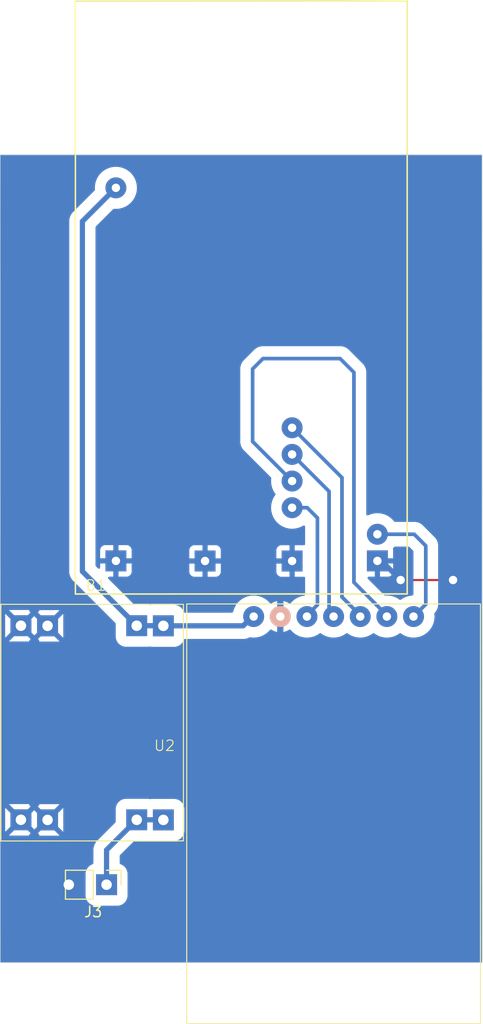
<source format=kicad_pcb>
(kicad_pcb (version 20241229) (generator "pcbnew") (generator_version "9.0")
  (layers (0 "F.Cu" signal) (2 "B.Cu" signal) (13 "F.Paste" user) (15 "B.Paste" user) (5 "F.SilkS" user "F.Silkscreen") (7 "B.SilkS" user "B.Silkscreen") (1 "F.Mask" user) (3 "B.Mask" user) (25 "Edge.Cuts" user))
  (net 0 "")
  (net 1 "INT")
  (net 2 "GND")
  (net 3 "VDD")
  (net 4 "CS")
  (net 5 "MOSI")
  (net 6 "MISO")
  (net 7 "SCK")
  (net 8 "12V")
  (footprint "Connector_PinHeader_2.54mm:PinHeader_1x02_P2.54mm_Vertical" (layer "F.Cu") (at 120.965 130.04 -90)
    (property "Reference" "J3" (at 2.6 1.275 0) (layer "F.SilkS"))
    (property "Value" "12V_RAIL")
    (fp_line (start -1.38 3.92) (end 1.38 3.92) (stroke (width 0.12)) (layer "F.SilkS"))
    (fp_line (start -1.38 1.27) (end -1.38 3.92) (stroke (width 0.12)) (layer "F.SilkS"))
    (fp_line (start -1.38 1.27) (end 1.38 1.27) (stroke (width 0.12)) (layer "F.SilkS"))
    (fp_line (start 1.38 1.27) (end 1.38 3.92) (stroke (width 0.12)) (layer "F.SilkS"))
    (fp_line (start -1.38 0) (end -1.38 -1.38) (stroke (width 0.12)) (layer "F.SilkS"))
    (fp_line (start -1.38 -1.38) (end 0 -1.38) (stroke (width 0.12)) (layer "F.SilkS"))
    (pad "1" thru_hole rect (at 0 0 270) (size 2 2) (drill 1) (layers "*.Cu" "*.Mask") (net 8 "12V"))
    (pad "2" thru_hole circle (at 0 3.6 270) (size 2 2) (drill 1) (layers "*.Cu" "*.Mask") (net 2 "GND"))
  )
  (footprint "CUSTOM_MODULES:MP1584EN_DCtoDC_REGULATOR" (layer "F.Cu") (at 128.29 125.865 90)
    (property "Reference" "U2" (at 9.075 -1.8 0) (layer "F.SilkS") (effects (font (thickness 0.1))))
    (property "Value" "~" (hide yes))
    (fp_line (start -0.01 -17.4) (end 22.55 -17.4) (stroke (width 0.1)) (layer "F.SilkS"))
    (fp_line (start 22.55 0) (end 22.55 -17.4) (stroke (width 0.1)) (layer "F.SilkS"))
    (fp_line (start 0 0) (end -0.01 -17.4) (stroke (width 0.1)) (layer "F.SilkS"))
    (fp_line (start 0 0) (end 22.55 0) (stroke (width 0.1)) (layer "F.SilkS"))
    (pad "1" thru_hole rect (at 2 -1.91 90) (size 2 2) (drill 1) (layers "*.Cu" "*.Mask") (net 8 "12V"))
    (pad "1" thru_hole rect (at 2.01 -4.45 90) (size 2 2) (drill 1) (layers "*.Cu" "*.Mask") (net 8 "12V"))
    (pad "2" thru_hole rect (at 2 -12.95 90) (size 2 2) (drill 1) (layers "*.Cu" "*.Mask") (net 2 "GND"))
    (pad "2" thru_hole rect (at 2.01 -15.49 90) (size 2 2) (drill 1) (layers "*.Cu" "*.Mask") (net 2 "GND"))
    (pad "2" thru_hole rect (at 20.5 -12.95 90) (size 2 2) (drill 1) (layers "*.Cu" "*.Mask") (net 2 "GND"))
    (pad "2" thru_hole rect (at 20.51 -15.49 90) (size 2 2) (drill 1) (layers "*.Cu" "*.Mask") (net 2 "GND"))
    (pad "3" thru_hole rect (at 20.5 -1.91 90) (size 2 2) (drill 1) (layers "*.Cu" "*.Mask") (net 3 "VDD"))
    (pad "3" thru_hole rect (at 20.51 -4.45 90) (size 2 2) (drill 1) (layers "*.Cu" "*.Mask") (net 3 "VDD"))
  )
  (footprint "CUSTOM_MCU_DEVBOARD:STM32WB5MMG_CUSTOM_DEVBOARD" (layer "F.Cu") (at 118.555 101.775)
    (property "Reference" "B1" (at 1.39 -0.26 0) (layer "F.SilkS") (effects (font (thickness 0.1))))
    (property "Value" "~" (hide yes))
    (fp_line (start -0.56 -55.95) (end -0.56 0) (stroke (width 0.15)) (layer "F.SilkS"))
    (fp_line (start -0.56 0) (end -0.56 0.56) (stroke (width 0.15)) (layer "F.SilkS"))
    (fp_line (start 30.5 0.55) (end 31.07 0.55) (stroke (width 0.1)) (layer "F.SilkS"))
    (fp_line (start 31.07 -55.99) (end -0.56 -55.95) (stroke (width 0.15)) (layer "F.SilkS"))
    (fp_line (start 31.07 -0.02) (end 31.07 -55.99) (stroke (width 0.15)) (layer "F.SilkS"))
    (fp_line (start 31.07 0.55) (end -0.56 0.56) (stroke (width 0.15)) (layer "F.SilkS"))
    (fp_line (start 31.07 0.55) (end 31.07 -0.02) (stroke (width 0.15)) (layer "F.SilkS"))
    (pad "GND" thru_hole rect (at 3.3 -2.6) (size 2 2) (drill 0.8) (layers "*.Cu" "*.Mask") (net 2 "GND"))
    (pad "GND" thru_hole rect (at 11.8 -2.59) (size 2 2) (drill 0.8) (layers "*.Cu" "*.Mask") (net 2 "GND"))
    (pad "GND" thru_hole rect (at 20.1 -2.59) (size 2 2) (drill 0.8) (layers "*.Cu" "*.Mask") (net 2 "GND"))
    (pad "GND" thru_hole rect (at 28.23 -2.6) (size 2 2) (drill 0.8) (layers "*.Cu" "*.Mask") (net 2 "GND"))
    (pad "PA4" thru_hole circle (at 20.1 -7.67) (size 2 2) (drill 0.8) (layers "*.Cu" "*.Mask") (net 4 "CS"))
    (pad "PA5" thru_hole circle (at 20.1 -10.21) (size 2 2) (drill 0.8) (layers "*.Cu" "*.Mask") (net 7 "SCK"))
    (pad "PA6" thru_hole circle (at 20.1 -12.75) (size 2 2) (drill 0.8) (layers "*.Cu" "*.Mask") (net 6 "MISO"))
    (pad "PA7" thru_hole circle (at 20.1 -15.29) (size 2 2) (drill 0.8) (layers "*.Cu" "*.Mask") (net 5 "MOSI"))
    (pad "PD0" thru_hole circle (at 28.23 -5.14) (size 2 2) (drill 0.8) (layers "*.Cu" "*.Mask") (net 1 "INT"))
    (pad "VDD" thru_hole circle (at 3.3 -38.16) (size 2 2) (drill 0.8) (layers "*.Cu" "*.Mask") (net 3 "VDD"))
  )
  (footprint "CUSTOM_MCU_DEVBOARD:MCP2515_MODULE" (layer "F.Cu") (at 156.61 103.28 180)
    (property "Reference" "J1" (hide yes))
    (property "Value" "MCP2515_CAN")
    (fp_rect (start 0 0) (end 28 -40) (stroke (width 0.1)) (fill no) (layer "F.SilkS"))
    (pad "1" thru_hole circle (at 6.38 -1.2 270) (size 2 2) (drill 0.8) (layers "*.Cu" "*.Mask") (net 1 "INT"))
    (pad "2" thru_hole circle (at 8.92 -1.2 270) (size 2 2) (drill 0.8) (layers "*.Cu" "*.Mask") (net 7 "SCK"))
    (pad "3" thru_hole circle (at 11.46 -1.2 270) (size 2 2) (drill 0.8) (layers "*.Cu" "*.Mask") (net 5 "MOSI"))
    (pad "4" thru_hole circle (at 14 -1.2 270) (size 2 2) (drill 0.8) (layers "*.Cu" "*.Mask") (net 6 "MISO"))
    (pad "5" thru_hole circle (at 16.54 -1.2 270) (size 2 2) (drill 0.8) (layers "*.Cu" "*.Mask" "Dwgs.User") (net 4 "CS"))
    (pad "6" thru_hole circle (at 19.08 -1.2 270) (size 2 2) (drill 0.8) (layers "*.Cu" "*.Mask" "B.SilkS" "Dwgs.User") (net 2 "GND"))
    (pad "7" thru_hole circle (at 21.62 -1.2 270) (size 2 2) (drill 0.8) (layers "*.Cu" "*.Mask") (net 3 "VDD"))
  )
  (gr_line (start 110.835 137.465) (end 110.83 60.46) (stroke (width 0.05)) (layer "Edge.Cuts"))
  (gr_line (start 150.835 60.46) (end 110.83 60.46) (stroke (width 0.05)) (layer "Edge.Cuts"))
  (gr_line (start 150.835 137.465) (end 110.835 137.465) (stroke (width 0.05)) (layer "Edge.Cuts"))
  (gr_line (start 156.78 137.465) (end 156.77 60.46) (stroke (width 0.05)) (layer "Edge.Cuts"))
  (gr_line (start 150.835 60.46) (end 156.77 60.46) (stroke (width 0.05)) (layer "Edge.Cuts"))
  (gr_line (start 150.835 137.465) (end 156.78 137.465) (stroke (width 0.05)) (layer "Edge.Cuts"))
  (segment (start 146.785 96.635) (end 150.295 96.635) (width 0.35) (layer "B.Cu") (net 1))
  (segment (start 151.4 103.31) (end 150.23 104.48) (width 0.35) (layer "B.Cu") (net 1))
  (segment (start 151.4 97.74) (end 151.4 103.31) (width 0.35) (layer "B.Cu") (net 1))
  (segment (start 150.295 96.635) (end 151.4 97.74) (width 0.35) (layer "B.Cu") (net 1))
  (segment (start 149 101) (end 154 101) (width 0.2) (layer "F.Cu") (net 2))
  (via (at 149 101) (size 2) (drill 0.8) (layers "F.Cu" "B.Cu") (net 2))
  (via (at 154 101) (size 2) (drill 0.8) (layers "F.Cu" "B.Cu") (net 2))
  (segment (start 137.53 102.72) (end 137.78 102.47) (width 0.6) (layer "B.Cu") (net 2))
  (segment (start 137.53 104.48) (end 137.53 106.34) (width 0.6) (layer "B.Cu") (net 2))
  (segment (start 146.785 99.175) (end 147.175 99.175) (width 0.5) (layer "B.Cu") (net 2))
  (segment (start 137.53 104.48) (end 137.53 102.72) (width 0.6) (layer "B.Cu") (net 2))
  (segment (start 147.175 99.175) (end 149 101) (width 0.5) (layer "B.Cu") (net 2))
  (segment (start 137.53 106.34) (end 137.4 106.47) (width 0.6) (layer "B.Cu") (net 2))
  (segment (start 118.66 100.175) (end 123.84 105.355) (width 0.5) (layer "B.Cu") (net 3))
  (segment (start 121.855 63.615) (end 118.66 66.81) (width 0.5) (layer "B.Cu") (net 3))
  (segment (start 126.37 105.355) (end 126.38 105.365) (width 0.5) (layer "B.Cu") (net 3))
  (segment (start 126.38 105.365) (end 133.985 105.365) (width 0.5) (layer "B.Cu") (net 3))
  (segment (start 123.84 105.355) (end 126.37 105.355) (width 0.5) (layer "B.Cu") (net 3))
  (segment (start 118.66 66.81) (end 118.66 100.175) (width 0.5) (layer "B.Cu") (net 3))
  (segment (start 133.985 105.365) (end 134.99 104.36) (width 0.5) (layer "B.Cu") (net 3))
  (segment (start 138.655 94.105) (end 140.095 94.105) (width 0.35) (layer "B.Cu") (net 4))
  (segment (start 141.07 103.36) (end 140.07 104.36) (width 0.35) (layer "B.Cu") (net 4))
  (segment (start 138.655 94.105) (end 138.65 94.11) (width 0.35) (layer "B.Cu") (net 4))
  (segment (start 140.095 94.105) (end 141.07 95.08) (width 0.35) (layer "B.Cu") (net 4))
  (segment (start 141.07 95.08) (end 141.07 103.36) (width 0.35) (layer "B.Cu") (net 4))
  (segment (start 143.41 91.24) (end 143.41 102.62) (width 0.35) (layer "B.Cu") (net 5))
  (segment (start 138.655 86.485) (end 143.41 91.24) (width 0.35) (layer "B.Cu") (net 5))
  (segment (start 143.41 102.62) (end 145.15 104.36) (width 0.35) (layer "B.Cu") (net 5))
  (segment (start 142.18 92.55) (end 142.18 103.93) (width 0.35) (layer "B.Cu") (net 6))
  (segment (start 142.18 103.93) (end 142.61 104.36) (width 0.35) (layer "B.Cu") (net 6))
  (segment (start 138.655 89.025) (end 142.18 92.55) (width 0.35) (layer "B.Cu") (net 6))
  (segment (start 134.89 80.88) (end 135.88 79.89) (width 0.35) (layer "B.Cu") (net 7))
  (segment (start 143.23 79.89) (end 144.55 81.21) (width 0.35) (layer "B.Cu") (net 7))
  (segment (start 134.89 87.8) (end 134.89 80.88) (width 0.35) (layer "B.Cu") (net 7))
  (segment (start 144.55 101.22) (end 147.69 104.36) (width 0.35) (layer "B.Cu") (net 7))
  (segment (start 144.55 81.21) (end 144.55 101.22) (width 0.35) (layer "B.Cu") (net 7))
  (segment (start 135.88 79.89) (end 143.23 79.89) (width 0.35) (layer "B.Cu") (net 7))
  (segment (start 138.655 91.565) (end 134.89 87.8) (width 0.35) (layer "B.Cu") (net 7))
  (segment (start 126.37 123.855) (end 126.38 123.865) (width 0.5) (layer "B.Cu") (net 8))
  (segment (start 120.965 130.04) (end 120.965 126.73) (width 0.5) (layer "B.Cu") (net 8))
  (segment (start 120.965 126.73) (end 123.84 123.855) (width 0.5) (layer "B.Cu") (net 8))
  (segment (start 123.84 123.855) (end 126.37 123.855) (width 0.5) (layer "B.Cu") (net 8))
  (zone (net 2) (net_name "GND") (layer "B.Cu") (connect_pads (clearance 1)) (min_thickness 0.25) (fill yes (thermal_gap 0.5) (thermal_bridge_width 0.5))
    (polygon (pts (xy 110.835 60.435) (xy 110.835 137.465) (xy 156.785 137.465) (xy 156.785 60.435)))
  )
)
</source>
